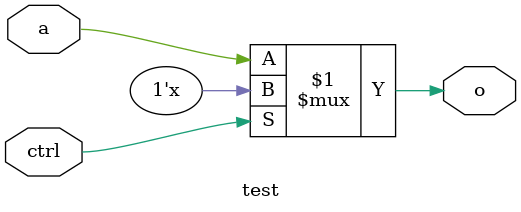
<source format=v>
module test (a, ctrl, o);
  input a, ctrl;
  output o;
  bufif0 (o, a, ctrl);
endmodule

</source>
